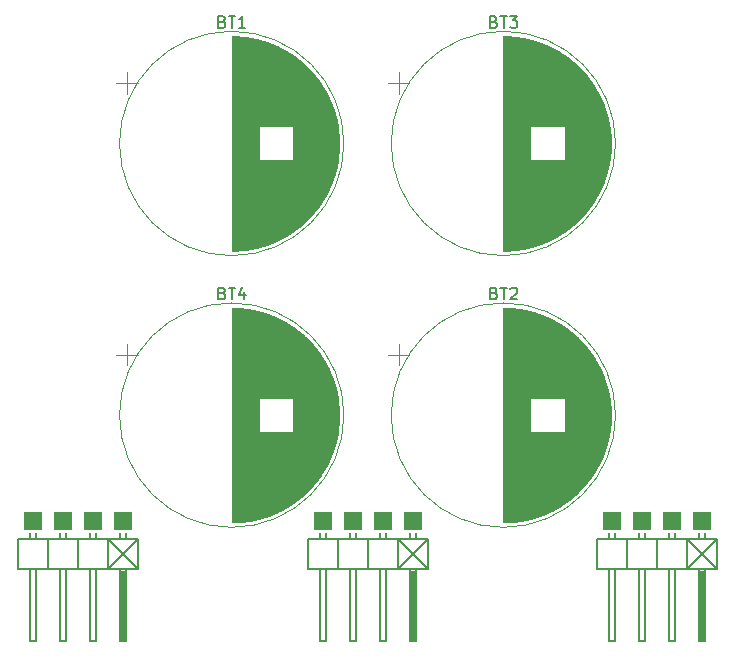
<source format=gbr>
%TF.GenerationSoftware,KiCad,Pcbnew,6.0.4-6f826c9f35~116~ubuntu20.04.1*%
%TF.CreationDate,2022-07-22T12:02:15+00:00*%
%TF.ProjectId,4XLTO1865V01A,34584c54-4f31-4383-9635-563031412e6b,rev?*%
%TF.SameCoordinates,Original*%
%TF.FileFunction,Legend,Top*%
%TF.FilePolarity,Positive*%
%FSLAX46Y46*%
G04 Gerber Fmt 4.6, Leading zero omitted, Abs format (unit mm)*
G04 Created by KiCad (PCBNEW 6.0.4-6f826c9f35~116~ubuntu20.04.1) date 2022-07-22 12:02:15*
%MOMM*%
%LPD*%
G01*
G04 APERTURE LIST*
%ADD10C,0.150000*%
%ADD11C,0.120000*%
%ADD12R,1.524000X1.524000*%
G04 APERTURE END LIST*
D10*
%TO.C,BT1*%
X18194285Y46821429D02*
X18337142Y46773810D01*
X18384761Y46726191D01*
X18432380Y46630953D01*
X18432380Y46488096D01*
X18384761Y46392858D01*
X18337142Y46345239D01*
X18241904Y46297620D01*
X17860952Y46297620D01*
X17860952Y47297620D01*
X18194285Y47297620D01*
X18289523Y47250000D01*
X18337142Y47202381D01*
X18384761Y47107143D01*
X18384761Y47011905D01*
X18337142Y46916667D01*
X18289523Y46869048D01*
X18194285Y46821429D01*
X17860952Y46821429D01*
X18718095Y47297620D02*
X19289523Y47297620D01*
X19003809Y46297620D02*
X19003809Y47297620D01*
X20146666Y46297620D02*
X19575238Y46297620D01*
X19860952Y46297620D02*
X19860952Y47297620D01*
X19765714Y47154762D01*
X19670476Y47059524D01*
X19575238Y47011905D01*
%TO.C,BT4*%
X18194285Y23821429D02*
X18337142Y23773810D01*
X18384761Y23726191D01*
X18432380Y23630953D01*
X18432380Y23488096D01*
X18384761Y23392858D01*
X18337142Y23345239D01*
X18241904Y23297620D01*
X17860952Y23297620D01*
X17860952Y24297620D01*
X18194285Y24297620D01*
X18289523Y24250000D01*
X18337142Y24202381D01*
X18384761Y24107143D01*
X18384761Y24011905D01*
X18337142Y23916667D01*
X18289523Y23869048D01*
X18194285Y23821429D01*
X17860952Y23821429D01*
X18718095Y24297620D02*
X19289523Y24297620D01*
X19003809Y23297620D02*
X19003809Y24297620D01*
X20051428Y23964286D02*
X20051428Y23297620D01*
X19813333Y24345239D02*
X19575238Y23630953D01*
X20194285Y23630953D01*
%TO.C,BT3*%
X41194285Y46821429D02*
X41337142Y46773810D01*
X41384761Y46726191D01*
X41432380Y46630953D01*
X41432380Y46488096D01*
X41384761Y46392858D01*
X41337142Y46345239D01*
X41241904Y46297620D01*
X40860952Y46297620D01*
X40860952Y47297620D01*
X41194285Y47297620D01*
X41289523Y47250000D01*
X41337142Y47202381D01*
X41384761Y47107143D01*
X41384761Y47011905D01*
X41337142Y46916667D01*
X41289523Y46869048D01*
X41194285Y46821429D01*
X40860952Y46821429D01*
X41718095Y47297620D02*
X42289523Y47297620D01*
X42003809Y46297620D02*
X42003809Y47297620D01*
X42527619Y47297620D02*
X43146666Y47297620D01*
X42813333Y46916667D01*
X42956190Y46916667D01*
X43051428Y46869048D01*
X43099047Y46821429D01*
X43146666Y46726191D01*
X43146666Y46488096D01*
X43099047Y46392858D01*
X43051428Y46345239D01*
X42956190Y46297620D01*
X42670476Y46297620D01*
X42575238Y46345239D01*
X42527619Y46392858D01*
%TO.C,BT2*%
X41194285Y23821429D02*
X41337142Y23773810D01*
X41384761Y23726191D01*
X41432380Y23630953D01*
X41432380Y23488096D01*
X41384761Y23392858D01*
X41337142Y23345239D01*
X41241904Y23297620D01*
X40860952Y23297620D01*
X40860952Y24297620D01*
X41194285Y24297620D01*
X41289523Y24250000D01*
X41337142Y24202381D01*
X41384761Y24107143D01*
X41384761Y24011905D01*
X41337142Y23916667D01*
X41289523Y23869048D01*
X41194285Y23821429D01*
X40860952Y23821429D01*
X41718095Y24297620D02*
X42289523Y24297620D01*
X42003809Y23297620D02*
X42003809Y24297620D01*
X42575238Y24202381D02*
X42622857Y24250000D01*
X42718095Y24297620D01*
X42956190Y24297620D01*
X43051428Y24250000D01*
X43099047Y24202381D01*
X43146666Y24107143D01*
X43146666Y24011905D01*
X43099047Y23869048D01*
X42527619Y23297620D01*
X43146666Y23297620D01*
%TO.C,J1*%
X31496000Y2976000D02*
X31496000Y3484000D01*
X33020000Y2976000D02*
X33020000Y436000D01*
X34417000Y-5533000D02*
X34163000Y-5533000D01*
X34036000Y-5660000D02*
X34036000Y436000D01*
X26416000Y2976000D02*
X26416000Y3484000D01*
X27940000Y436000D02*
X30480000Y436000D01*
X33020000Y436000D02*
X35560000Y436000D01*
X28956000Y2976000D02*
X28956000Y3484000D01*
X35560000Y2976000D02*
X33020000Y2976000D01*
X33020000Y2976000D02*
X33020000Y436000D01*
X34417000Y309000D02*
X34417000Y-5533000D01*
X33020000Y2976000D02*
X30480000Y2976000D01*
X32004000Y-5660000D02*
X31496000Y-5660000D01*
X26924000Y2976000D02*
X26924000Y3484000D01*
X32004000Y2976000D02*
X32004000Y3484000D01*
X31496000Y-5660000D02*
X31496000Y436000D01*
X27940000Y2976000D02*
X25400000Y2976000D01*
X34290000Y309000D02*
X34290000Y-5533000D01*
X34036000Y2976000D02*
X34036000Y3484000D01*
X30480000Y436000D02*
X33020000Y436000D01*
X34544000Y-5660000D02*
X34036000Y-5660000D01*
X34544000Y436000D02*
X34544000Y-5660000D01*
X25400000Y436000D02*
X27940000Y436000D01*
X30480000Y2976000D02*
X30480000Y436000D01*
X28956000Y-5660000D02*
X28956000Y436000D01*
X29464000Y436000D02*
X29464000Y-5660000D01*
X35560000Y436000D02*
X33020000Y2976000D01*
X26924000Y436000D02*
X26924000Y-5660000D01*
X35560000Y2976000D02*
X35560000Y436000D01*
X27940000Y2976000D02*
X27940000Y436000D01*
X30480000Y2976000D02*
X27940000Y2976000D01*
X25400000Y2976000D02*
X25400000Y436000D01*
X32004000Y436000D02*
X32004000Y-5660000D01*
X27940000Y2976000D02*
X27940000Y436000D01*
X26416000Y-5660000D02*
X26416000Y436000D01*
X29464000Y2976000D02*
X29464000Y3484000D01*
X29464000Y-5660000D02*
X28956000Y-5660000D01*
X34163000Y-5533000D02*
X34163000Y309000D01*
X34544000Y2976000D02*
X34544000Y3484000D01*
X26924000Y-5660000D02*
X26416000Y-5660000D01*
X30480000Y2976000D02*
X30480000Y436000D01*
X33020000Y436000D02*
X35560000Y2976000D01*
%TO.C,J2*%
X8540000Y436000D02*
X11080000Y436000D01*
X6000000Y436000D02*
X8540000Y436000D01*
X920000Y436000D02*
X3460000Y436000D01*
X11080000Y2976000D02*
X11080000Y436000D01*
X4476000Y-5660000D02*
X4476000Y436000D01*
X6000000Y2976000D02*
X6000000Y436000D01*
X920000Y2976000D02*
X920000Y436000D01*
X7524000Y2976000D02*
X7524000Y3484000D01*
X8540000Y436000D02*
X11080000Y2976000D01*
X9556000Y2976000D02*
X9556000Y3484000D01*
X4476000Y2976000D02*
X4476000Y3484000D01*
X7016000Y-5660000D02*
X7016000Y436000D01*
X9556000Y-5660000D02*
X9556000Y436000D01*
X8540000Y2976000D02*
X8540000Y436000D01*
X7016000Y2976000D02*
X7016000Y3484000D01*
X2444000Y-5660000D02*
X1936000Y-5660000D01*
X3460000Y2976000D02*
X3460000Y436000D01*
X1936000Y-5660000D02*
X1936000Y436000D01*
X9937000Y-5533000D02*
X9683000Y-5533000D01*
X8540000Y2976000D02*
X8540000Y436000D01*
X4984000Y2976000D02*
X4984000Y3484000D01*
X3460000Y2976000D02*
X920000Y2976000D01*
X1936000Y2976000D02*
X1936000Y3484000D01*
X9810000Y309000D02*
X9810000Y-5533000D01*
X3460000Y436000D02*
X6000000Y436000D01*
X10064000Y2976000D02*
X10064000Y3484000D01*
X2444000Y2976000D02*
X2444000Y3484000D01*
X9683000Y-5533000D02*
X9683000Y309000D01*
X10064000Y436000D02*
X10064000Y-5660000D01*
X4984000Y436000D02*
X4984000Y-5660000D01*
X8540000Y2976000D02*
X6000000Y2976000D01*
X4984000Y-5660000D02*
X4476000Y-5660000D01*
X6000000Y2976000D02*
X6000000Y436000D01*
X11080000Y436000D02*
X8540000Y2976000D01*
X2444000Y436000D02*
X2444000Y-5660000D01*
X10064000Y-5660000D02*
X9556000Y-5660000D01*
X3460000Y2976000D02*
X3460000Y436000D01*
X11080000Y2976000D02*
X8540000Y2976000D01*
X9937000Y309000D02*
X9937000Y-5533000D01*
X7524000Y436000D02*
X7524000Y-5660000D01*
X6000000Y2976000D02*
X3460000Y2976000D01*
X7524000Y-5660000D02*
X7016000Y-5660000D01*
D11*
%TO.C,BT1*%
X20341000Y45479000D02*
X20341000Y27521000D01*
X24261000Y43897000D02*
X24261000Y29103000D01*
X24461000Y43750000D02*
X24461000Y29250000D01*
X22901000Y35060000D02*
X22901000Y28305000D01*
X20701000Y45417000D02*
X20701000Y27583000D01*
X26541000Y41562000D02*
X26541000Y31438000D01*
X22821000Y35060000D02*
X22821000Y28267000D01*
X21821000Y45127000D02*
X21821000Y37940000D01*
X22061000Y45045000D02*
X22061000Y37940000D01*
X25101000Y43222000D02*
X25101000Y29778000D01*
X24221000Y43925000D02*
X24221000Y29075000D01*
X21461000Y45237000D02*
X21461000Y37940000D01*
X24501000Y43720000D02*
X24501000Y29280000D01*
X21101000Y45331000D02*
X21101000Y27669000D01*
X21301000Y35060000D02*
X21301000Y27720000D01*
X22421000Y35060000D02*
X22421000Y28093000D01*
X25981000Y42306000D02*
X25981000Y30694000D01*
X20261000Y45490000D02*
X20261000Y27510000D01*
X21781000Y45140000D02*
X21781000Y37940000D01*
X22261000Y35060000D02*
X22261000Y28030000D01*
X20821000Y45393000D02*
X20821000Y27607000D01*
X27540000Y39607000D02*
X27540000Y33393000D01*
X23981000Y44088000D02*
X23981000Y37940000D01*
X23301000Y44492000D02*
X23301000Y37940000D01*
X21221000Y45301000D02*
X21221000Y27699000D01*
X23781000Y35060000D02*
X23781000Y28785000D01*
X22141000Y45016000D02*
X22141000Y37940000D01*
X25821000Y42493000D02*
X25821000Y30507000D01*
X25061000Y43258000D02*
X25061000Y29742000D01*
X23941000Y35060000D02*
X23941000Y28886000D01*
X23821000Y44190000D02*
X23821000Y37940000D01*
X22621000Y35060000D02*
X22621000Y28177000D01*
X23661000Y35060000D02*
X23661000Y28712000D01*
X24821000Y43465000D02*
X24821000Y29535000D01*
X24661000Y43596000D02*
X24661000Y29404000D01*
X26901000Y40982000D02*
X26901000Y32018000D01*
X26141000Y42109000D02*
X26141000Y30891000D01*
X21701000Y45165000D02*
X21701000Y37940000D01*
X22341000Y44939000D02*
X22341000Y37940000D01*
X21021000Y45349000D02*
X21021000Y27651000D01*
X27101000Y40613000D02*
X27101000Y32387000D01*
X24741000Y43531000D02*
X24741000Y29469000D01*
X27980000Y37935000D02*
X27980000Y35065000D01*
X27420000Y39916000D02*
X27420000Y33084000D01*
X27300000Y40196000D02*
X27300000Y32804000D01*
X21181000Y45311000D02*
X21181000Y27689000D01*
X20621000Y45432000D02*
X20621000Y27568000D01*
X25501000Y42837000D02*
X25501000Y30163000D01*
X23261000Y44514000D02*
X23261000Y37940000D01*
X22301000Y35060000D02*
X22301000Y28045000D01*
X21941000Y35060000D02*
X21941000Y27913000D01*
X26821000Y41120000D02*
X26821000Y31880000D01*
X23061000Y35060000D02*
X23061000Y28383000D01*
X22821000Y44733000D02*
X22821000Y37940000D01*
X22701000Y44787000D02*
X22701000Y37940000D01*
X23461000Y35060000D02*
X23461000Y28596000D01*
X20301000Y45484000D02*
X20301000Y27516000D01*
X25301000Y43036000D02*
X25301000Y29964000D01*
X28020000Y37666000D02*
X28020000Y35334000D01*
X22981000Y35060000D02*
X22981000Y28344000D01*
X26501000Y41620000D02*
X26501000Y31380000D01*
X21741000Y35060000D02*
X21741000Y27847000D01*
X27021000Y40765000D02*
X27021000Y32235000D01*
X24781000Y43499000D02*
X24781000Y29501000D01*
X25621000Y42712000D02*
X25621000Y30288000D01*
X23461000Y44404000D02*
X23461000Y37940000D01*
X19140000Y45579000D02*
X19140000Y27421000D01*
X20661000Y45424000D02*
X20661000Y27576000D01*
X21581000Y45202000D02*
X21581000Y37940000D01*
X24901000Y43398000D02*
X24901000Y29602000D01*
X22261000Y44970000D02*
X22261000Y37940000D01*
X26381000Y41791000D02*
X26381000Y31209000D01*
X20461000Y45460000D02*
X20461000Y27540000D01*
X26461000Y41678000D02*
X26461000Y31322000D01*
X26621000Y41441000D02*
X26621000Y31559000D01*
X10120560Y42515000D02*
X10120560Y40715000D01*
X24861000Y43432000D02*
X24861000Y29568000D01*
X23341000Y35060000D02*
X23341000Y28529000D01*
X21501000Y45225000D02*
X21501000Y37940000D01*
X23901000Y35060000D02*
X23901000Y28860000D01*
X23381000Y44449000D02*
X23381000Y37940000D01*
X22621000Y44823000D02*
X22621000Y37940000D01*
X27580000Y39496000D02*
X27580000Y33504000D01*
X20421000Y45466000D02*
X20421000Y27534000D01*
X22301000Y44955000D02*
X22301000Y37940000D01*
X20141000Y45506000D02*
X20141000Y27494000D01*
X21741000Y45153000D02*
X21741000Y37940000D01*
X21981000Y35060000D02*
X21981000Y27927000D01*
X22381000Y44923000D02*
X22381000Y37940000D01*
X20061000Y45516000D02*
X20061000Y27484000D01*
X20981000Y45358000D02*
X20981000Y27642000D01*
X21421000Y35060000D02*
X21421000Y27752000D01*
X24301000Y43868000D02*
X24301000Y29132000D01*
X25021000Y43294000D02*
X25021000Y29706000D01*
X21341000Y45270000D02*
X21341000Y37940000D01*
X19620000Y45558000D02*
X19620000Y27442000D01*
X27860000Y38539000D02*
X27860000Y34461000D01*
X23621000Y35060000D02*
X23621000Y28688000D01*
X22421000Y44907000D02*
X22421000Y37940000D01*
X20021000Y45521000D02*
X20021000Y27479000D01*
X20181000Y45501000D02*
X20181000Y27499000D01*
X21861000Y35060000D02*
X21861000Y27886000D01*
X20501000Y45453000D02*
X20501000Y27547000D01*
X21381000Y35060000D02*
X21381000Y27741000D01*
X21541000Y45214000D02*
X21541000Y37940000D01*
X19781000Y45545000D02*
X19781000Y27455000D01*
X23421000Y44427000D02*
X23421000Y37940000D01*
X24341000Y43839000D02*
X24341000Y29161000D01*
X22061000Y35060000D02*
X22061000Y27955000D01*
X24061000Y35060000D02*
X24061000Y28965000D01*
X20221000Y45496000D02*
X20221000Y27504000D01*
X25581000Y42754000D02*
X25581000Y30246000D01*
X19540000Y45563000D02*
X19540000Y27437000D01*
X22221000Y35060000D02*
X22221000Y28014000D01*
X27820000Y38703000D02*
X27820000Y34297000D01*
X22221000Y44986000D02*
X22221000Y37940000D01*
X22021000Y45059000D02*
X22021000Y37940000D01*
X23141000Y35060000D02*
X23141000Y28424000D01*
X21501000Y35060000D02*
X21501000Y27775000D01*
X21901000Y35060000D02*
X21901000Y27900000D01*
X25221000Y43112000D02*
X25221000Y29888000D01*
X24061000Y44035000D02*
X24061000Y37940000D01*
X26941000Y40912000D02*
X26941000Y32088000D01*
X23421000Y35060000D02*
X23421000Y28573000D01*
X26341000Y41846000D02*
X26341000Y31154000D01*
X22541000Y35060000D02*
X22541000Y28143000D01*
X23101000Y44597000D02*
X23101000Y37940000D01*
X22381000Y35060000D02*
X22381000Y28077000D01*
X22981000Y44656000D02*
X22981000Y37940000D01*
X22861000Y35060000D02*
X22861000Y28286000D01*
X22021000Y35060000D02*
X22021000Y27941000D01*
X26021000Y42258000D02*
X26021000Y30742000D01*
X27460000Y39817000D02*
X27460000Y33183000D01*
X23021000Y35060000D02*
X23021000Y28363000D01*
X27220000Y40369000D02*
X27220000Y32631000D01*
X22741000Y35060000D02*
X22741000Y28231000D01*
X23901000Y44140000D02*
X23901000Y37940000D01*
X21261000Y45291000D02*
X21261000Y27709000D01*
X28060000Y37314000D02*
X28060000Y35686000D01*
X20381000Y45472000D02*
X20381000Y27528000D01*
X23261000Y35060000D02*
X23261000Y28486000D01*
X26861000Y41052000D02*
X26861000Y31948000D01*
X26981000Y40839000D02*
X26981000Y32161000D01*
X25421000Y42918000D02*
X25421000Y30082000D01*
X27141000Y40533000D02*
X27141000Y32467000D01*
X26781000Y41186000D02*
X26781000Y31814000D01*
X22661000Y35060000D02*
X22661000Y28195000D01*
X24981000Y43329000D02*
X24981000Y29671000D01*
X22941000Y35060000D02*
X22941000Y28324000D01*
X27620000Y39380000D02*
X27620000Y33620000D01*
X19861000Y45538000D02*
X19861000Y27462000D01*
X20541000Y45446000D02*
X20541000Y27554000D01*
X25781000Y42538000D02*
X25781000Y30462000D01*
X23341000Y44471000D02*
X23341000Y37940000D01*
X23181000Y35060000D02*
X23181000Y28444000D01*
X23861000Y44165000D02*
X23861000Y37940000D01*
X24941000Y43364000D02*
X24941000Y29636000D01*
X24381000Y43810000D02*
X24381000Y29190000D01*
X21701000Y35060000D02*
X21701000Y27835000D01*
X22901000Y44695000D02*
X22901000Y37940000D01*
X23101000Y35060000D02*
X23101000Y28403000D01*
X27660000Y39259000D02*
X27660000Y33741000D01*
X25541000Y42796000D02*
X25541000Y30204000D01*
X21141000Y45321000D02*
X21141000Y27679000D01*
X25461000Y42878000D02*
X25461000Y30122000D01*
X24101000Y35060000D02*
X24101000Y28992000D01*
X23821000Y35060000D02*
X23821000Y28810000D01*
X21821000Y35060000D02*
X21821000Y27873000D01*
X22461000Y35060000D02*
X22461000Y28110000D01*
X23381000Y35060000D02*
X23381000Y28551000D01*
X23581000Y35060000D02*
X23581000Y28665000D01*
X26701000Y41316000D02*
X26701000Y31684000D01*
X24021000Y44061000D02*
X24021000Y37940000D01*
X18980000Y45581000D02*
X18980000Y27419000D01*
X23541000Y44359000D02*
X23541000Y37940000D01*
X27260000Y40284000D02*
X27260000Y32716000D01*
X19460000Y45568000D02*
X19460000Y27432000D01*
X24621000Y43627000D02*
X24621000Y29373000D01*
X26421000Y41735000D02*
X26421000Y31265000D01*
X21621000Y35060000D02*
X21621000Y27810000D01*
X20781000Y45401000D02*
X20781000Y27599000D01*
X19500000Y45566000D02*
X19500000Y27434000D01*
X26101000Y42160000D02*
X26101000Y30840000D01*
X21981000Y45073000D02*
X21981000Y37940000D01*
X27780000Y38855000D02*
X27780000Y34145000D01*
X24421000Y43780000D02*
X24421000Y29220000D01*
X20861000Y45385000D02*
X20861000Y27615000D01*
X25901000Y42401000D02*
X25901000Y30599000D01*
X21621000Y45190000D02*
X21621000Y37940000D01*
X24701000Y43564000D02*
X24701000Y29436000D01*
X24021000Y35060000D02*
X24021000Y28939000D01*
X26221000Y42006000D02*
X26221000Y30994000D01*
X25181000Y43149000D02*
X25181000Y29851000D01*
X23661000Y44288000D02*
X23661000Y37940000D01*
X19941000Y45530000D02*
X19941000Y27470000D01*
X23301000Y35060000D02*
X23301000Y28508000D01*
X27700000Y39132000D02*
X27700000Y33868000D01*
X22741000Y44769000D02*
X22741000Y37940000D01*
X21461000Y35060000D02*
X21461000Y27763000D01*
X22501000Y35060000D02*
X22501000Y28126000D01*
X22781000Y44751000D02*
X22781000Y37940000D01*
X22101000Y45030000D02*
X22101000Y37940000D01*
X23701000Y44264000D02*
X23701000Y37940000D01*
X22141000Y35060000D02*
X22141000Y27984000D01*
X19580000Y45561000D02*
X19580000Y27439000D01*
X28100000Y36540000D02*
X28100000Y36460000D01*
X21381000Y45259000D02*
X21381000Y37940000D01*
X23021000Y44637000D02*
X23021000Y37940000D01*
X22781000Y35060000D02*
X22781000Y28249000D01*
X23221000Y44535000D02*
X23221000Y37940000D01*
X25661000Y42670000D02*
X25661000Y30330000D01*
X19660000Y45555000D02*
X19660000Y27445000D01*
X22101000Y35060000D02*
X22101000Y27970000D01*
X27340000Y40105000D02*
X27340000Y32895000D01*
X21581000Y35060000D02*
X21581000Y27798000D01*
X20741000Y45409000D02*
X20741000Y27591000D01*
X23581000Y44335000D02*
X23581000Y37940000D01*
X21341000Y35060000D02*
X21341000Y27730000D01*
X22181000Y35060000D02*
X22181000Y27999000D01*
X26061000Y42209000D02*
X26061000Y30791000D01*
X19701000Y45552000D02*
X19701000Y27448000D01*
X19180000Y45578000D02*
X19180000Y27422000D01*
X26301000Y41900000D02*
X26301000Y31100000D01*
X27900000Y38360000D02*
X27900000Y34640000D01*
X23501000Y44382000D02*
X23501000Y37940000D01*
X21901000Y45100000D02*
X21901000Y37940000D01*
X22661000Y44805000D02*
X22661000Y37940000D01*
X23141000Y44576000D02*
X23141000Y37940000D01*
X19340000Y45573000D02*
X19340000Y27427000D01*
X21941000Y45087000D02*
X21941000Y37940000D01*
X23741000Y35060000D02*
X23741000Y28760000D01*
X27180000Y40452000D02*
X27180000Y32548000D01*
X27380000Y40012000D02*
X27380000Y32988000D01*
X23181000Y44556000D02*
X23181000Y37940000D01*
X23741000Y44240000D02*
X23741000Y37940000D01*
X19300000Y45575000D02*
X19300000Y27425000D01*
X24141000Y43980000D02*
X24141000Y37940000D01*
X21421000Y45248000D02*
X21421000Y37940000D01*
X25341000Y42997000D02*
X25341000Y30003000D01*
X27940000Y38161000D02*
X27940000Y34839000D01*
X19380000Y45572000D02*
X19380000Y27428000D01*
X23941000Y44114000D02*
X23941000Y37940000D01*
X19741000Y45549000D02*
X19741000Y27451000D01*
X25701000Y42626000D02*
X25701000Y30374000D01*
X20101000Y45511000D02*
X20101000Y27489000D01*
X23781000Y44215000D02*
X23781000Y37940000D01*
X23221000Y35060000D02*
X23221000Y28465000D01*
X25381000Y42958000D02*
X25381000Y30042000D01*
X25261000Y43074000D02*
X25261000Y29926000D01*
X23621000Y44312000D02*
X23621000Y37940000D01*
X22581000Y44840000D02*
X22581000Y37940000D01*
X21661000Y45178000D02*
X21661000Y37940000D01*
X24581000Y43659000D02*
X24581000Y29341000D01*
X21061000Y45340000D02*
X21061000Y27660000D01*
X20901000Y45376000D02*
X20901000Y27624000D01*
X27740000Y38998000D02*
X27740000Y34002000D01*
X19100000Y45580000D02*
X19100000Y27420000D01*
X23861000Y35060000D02*
X23861000Y28835000D01*
X24141000Y35060000D02*
X24141000Y29020000D01*
X19901000Y45534000D02*
X19901000Y27466000D01*
X25141000Y43186000D02*
X25141000Y29814000D01*
X23981000Y35060000D02*
X23981000Y28912000D01*
X19260000Y45576000D02*
X19260000Y27424000D01*
X26581000Y41502000D02*
X26581000Y31498000D01*
X25861000Y42447000D02*
X25861000Y30553000D01*
X9220560Y41615000D02*
X11020560Y41615000D01*
X22461000Y44890000D02*
X22461000Y37940000D01*
X21301000Y45280000D02*
X21301000Y37940000D01*
X20941000Y45367000D02*
X20941000Y27633000D01*
X23501000Y35060000D02*
X23501000Y28618000D01*
X26261000Y41954000D02*
X26261000Y31046000D01*
X19420000Y45570000D02*
X19420000Y27430000D01*
X19821000Y45542000D02*
X19821000Y27458000D01*
X21861000Y45114000D02*
X21861000Y37940000D01*
X25741000Y42582000D02*
X25741000Y30418000D01*
X23061000Y44617000D02*
X23061000Y37940000D01*
X22701000Y35060000D02*
X22701000Y28213000D01*
X22181000Y45001000D02*
X22181000Y37940000D01*
X25941000Y42354000D02*
X25941000Y30646000D01*
X19220000Y45577000D02*
X19220000Y27423000D01*
X24541000Y43690000D02*
X24541000Y29310000D01*
X19060000Y45580000D02*
X19060000Y27420000D01*
X26741000Y41252000D02*
X26741000Y31748000D01*
X23701000Y35060000D02*
X23701000Y28736000D01*
X22501000Y44874000D02*
X22501000Y37940000D01*
X19981000Y45526000D02*
X19981000Y27474000D01*
X26661000Y41379000D02*
X26661000Y31621000D01*
X21661000Y35060000D02*
X21661000Y27822000D01*
X22941000Y44676000D02*
X22941000Y37940000D01*
X19020000Y45580000D02*
X19020000Y27420000D01*
X26181000Y42058000D02*
X26181000Y30942000D01*
X22861000Y44714000D02*
X22861000Y37940000D01*
X22541000Y44857000D02*
X22541000Y37940000D01*
X27500000Y39714000D02*
X27500000Y33286000D01*
X27061000Y40690000D02*
X27061000Y32310000D01*
X24101000Y44008000D02*
X24101000Y37940000D01*
X22581000Y35060000D02*
X22581000Y28160000D01*
X24181000Y43953000D02*
X24181000Y29047000D01*
X21541000Y35060000D02*
X21541000Y27786000D01*
X21781000Y35060000D02*
X21781000Y27860000D01*
X22341000Y35060000D02*
X22341000Y28061000D01*
X20581000Y45439000D02*
X20581000Y27561000D01*
X23541000Y35060000D02*
X23541000Y28641000D01*
X28480000Y36500000D02*
G75*
G03*
X28480000Y36500000I-9500000J0D01*
G01*
%TO.C,BT4*%
X23461000Y21404000D02*
X23461000Y14940000D01*
X21981000Y22073000D02*
X21981000Y14940000D01*
X20061000Y22516000D02*
X20061000Y4484000D01*
X24421000Y20780000D02*
X24421000Y6220000D01*
X22181000Y12060000D02*
X22181000Y4999000D01*
X19180000Y22578000D02*
X19180000Y4422000D01*
X20181000Y22501000D02*
X20181000Y4499000D01*
X23581000Y12060000D02*
X23581000Y5665000D01*
X21581000Y12060000D02*
X21581000Y4798000D01*
X27420000Y16916000D02*
X27420000Y10084000D01*
X23981000Y21088000D02*
X23981000Y14940000D01*
X21621000Y12060000D02*
X21621000Y4810000D01*
X23661000Y21288000D02*
X23661000Y14940000D01*
X27780000Y15855000D02*
X27780000Y11145000D01*
X19981000Y22526000D02*
X19981000Y4474000D01*
X27380000Y17012000D02*
X27380000Y9988000D01*
X21541000Y22214000D02*
X21541000Y14940000D01*
X22101000Y22030000D02*
X22101000Y14940000D01*
X23541000Y12060000D02*
X23541000Y5641000D01*
X21421000Y12060000D02*
X21421000Y4752000D01*
X26381000Y18791000D02*
X26381000Y8209000D01*
X21301000Y22280000D02*
X21301000Y14940000D01*
X24181000Y20953000D02*
X24181000Y6047000D01*
X23701000Y21264000D02*
X23701000Y14940000D01*
X22781000Y12060000D02*
X22781000Y5249000D01*
X26781000Y18186000D02*
X26781000Y8814000D01*
X20101000Y22511000D02*
X20101000Y4489000D01*
X25181000Y20149000D02*
X25181000Y6851000D01*
X21941000Y12060000D02*
X21941000Y4913000D01*
X24021000Y21061000D02*
X24021000Y14940000D01*
X22661000Y12060000D02*
X22661000Y5195000D01*
X23021000Y21637000D02*
X23021000Y14940000D01*
X22261000Y12060000D02*
X22261000Y5030000D01*
X21101000Y22331000D02*
X21101000Y4669000D01*
X19060000Y22580000D02*
X19060000Y4420000D01*
X26221000Y19006000D02*
X26221000Y7994000D01*
X22781000Y21751000D02*
X22781000Y14940000D01*
X25341000Y19997000D02*
X25341000Y7003000D01*
X26301000Y18900000D02*
X26301000Y8100000D01*
X22301000Y21955000D02*
X22301000Y14940000D01*
X26181000Y19058000D02*
X26181000Y7942000D01*
X25941000Y19354000D02*
X25941000Y7646000D01*
X23181000Y12060000D02*
X23181000Y5444000D01*
X24101000Y12060000D02*
X24101000Y5992000D01*
X25861000Y19447000D02*
X25861000Y7553000D01*
X22061000Y12060000D02*
X22061000Y4955000D01*
X21181000Y22311000D02*
X21181000Y4689000D01*
X19260000Y22576000D02*
X19260000Y4424000D01*
X20621000Y22432000D02*
X20621000Y4568000D01*
X23181000Y21556000D02*
X23181000Y14940000D01*
X24061000Y12060000D02*
X24061000Y5965000D01*
X20421000Y22466000D02*
X20421000Y4534000D01*
X22621000Y21823000D02*
X22621000Y14940000D01*
X19701000Y22552000D02*
X19701000Y4448000D01*
X24061000Y21035000D02*
X24061000Y14940000D01*
X10120560Y19515000D02*
X10120560Y17715000D01*
X20741000Y22409000D02*
X20741000Y4591000D01*
X26621000Y18441000D02*
X26621000Y8559000D01*
X23421000Y12060000D02*
X23421000Y5573000D01*
X21541000Y12060000D02*
X21541000Y4786000D01*
X19781000Y22545000D02*
X19781000Y4455000D01*
X25661000Y19670000D02*
X25661000Y7330000D01*
X24501000Y20720000D02*
X24501000Y6280000D01*
X22821000Y21733000D02*
X22821000Y14940000D01*
X25741000Y19582000D02*
X25741000Y7418000D01*
X21781000Y12060000D02*
X21781000Y4860000D01*
X23621000Y21312000D02*
X23621000Y14940000D01*
X26861000Y18052000D02*
X26861000Y8948000D01*
X20941000Y22367000D02*
X20941000Y4633000D01*
X23341000Y21471000D02*
X23341000Y14940000D01*
X23421000Y21427000D02*
X23421000Y14940000D01*
X19500000Y22566000D02*
X19500000Y4434000D01*
X23101000Y21597000D02*
X23101000Y14940000D01*
X27580000Y16496000D02*
X27580000Y10504000D01*
X20381000Y22472000D02*
X20381000Y4528000D01*
X19901000Y22534000D02*
X19901000Y4466000D01*
X19660000Y22555000D02*
X19660000Y4445000D01*
X23941000Y12060000D02*
X23941000Y5886000D01*
X23301000Y21492000D02*
X23301000Y14940000D01*
X24461000Y20750000D02*
X24461000Y6250000D01*
X26821000Y18120000D02*
X26821000Y8880000D01*
X27740000Y15998000D02*
X27740000Y11002000D01*
X21501000Y22225000D02*
X21501000Y14940000D01*
X20341000Y22479000D02*
X20341000Y4521000D01*
X19460000Y22568000D02*
X19460000Y4432000D01*
X23221000Y21535000D02*
X23221000Y14940000D01*
X27101000Y17613000D02*
X27101000Y9387000D01*
X21741000Y22153000D02*
X21741000Y14940000D01*
X25261000Y20074000D02*
X25261000Y6926000D01*
X21461000Y22237000D02*
X21461000Y14940000D01*
X21141000Y22321000D02*
X21141000Y4679000D01*
X24141000Y20980000D02*
X24141000Y14940000D01*
X22821000Y12060000D02*
X22821000Y5267000D01*
X25421000Y19918000D02*
X25421000Y7082000D01*
X26661000Y18379000D02*
X26661000Y8621000D01*
X26021000Y19258000D02*
X26021000Y7742000D01*
X28100000Y13540000D02*
X28100000Y13460000D01*
X27500000Y16714000D02*
X27500000Y10286000D01*
X21941000Y22087000D02*
X21941000Y14940000D01*
X27820000Y15703000D02*
X27820000Y11297000D01*
X23501000Y12060000D02*
X23501000Y5618000D01*
X26341000Y18846000D02*
X26341000Y8154000D01*
X23341000Y12060000D02*
X23341000Y5529000D01*
X24141000Y12060000D02*
X24141000Y6020000D01*
X25701000Y19626000D02*
X25701000Y7374000D01*
X23861000Y21165000D02*
X23861000Y14940000D01*
X19620000Y22558000D02*
X19620000Y4442000D01*
X21341000Y12060000D02*
X21341000Y4730000D01*
X25301000Y20036000D02*
X25301000Y6964000D01*
X23821000Y21190000D02*
X23821000Y14940000D01*
X21821000Y22127000D02*
X21821000Y14940000D01*
X25101000Y20222000D02*
X25101000Y6778000D01*
X24781000Y20499000D02*
X24781000Y6501000D01*
X25021000Y20294000D02*
X25021000Y6706000D01*
X22181000Y22001000D02*
X22181000Y14940000D01*
X23301000Y12060000D02*
X23301000Y5508000D01*
X19540000Y22563000D02*
X19540000Y4437000D01*
X20541000Y22446000D02*
X20541000Y4554000D01*
X22981000Y21656000D02*
X22981000Y14940000D01*
X24981000Y20329000D02*
X24981000Y6671000D01*
X22741000Y21769000D02*
X22741000Y14940000D01*
X20821000Y22393000D02*
X20821000Y4607000D01*
X20461000Y22460000D02*
X20461000Y4540000D01*
X23381000Y21449000D02*
X23381000Y14940000D01*
X21621000Y22190000D02*
X21621000Y14940000D01*
X24381000Y20810000D02*
X24381000Y6190000D01*
X22941000Y12060000D02*
X22941000Y5324000D01*
X20901000Y22376000D02*
X20901000Y4624000D01*
X24821000Y20465000D02*
X24821000Y6535000D01*
X23461000Y12060000D02*
X23461000Y5596000D01*
X19861000Y22538000D02*
X19861000Y4462000D01*
X24941000Y20364000D02*
X24941000Y6636000D01*
X26701000Y18316000D02*
X26701000Y8684000D01*
X22261000Y21970000D02*
X22261000Y14940000D01*
X19140000Y22579000D02*
X19140000Y4421000D01*
X21381000Y12060000D02*
X21381000Y4741000D01*
X26421000Y18735000D02*
X26421000Y8265000D01*
X27180000Y17452000D02*
X27180000Y9548000D01*
X22901000Y21695000D02*
X22901000Y14940000D01*
X24861000Y20432000D02*
X24861000Y6568000D01*
X22861000Y12060000D02*
X22861000Y5286000D01*
X21261000Y22291000D02*
X21261000Y4709000D01*
X24301000Y20868000D02*
X24301000Y6132000D01*
X21901000Y12060000D02*
X21901000Y4900000D01*
X25221000Y20112000D02*
X25221000Y6888000D01*
X19580000Y22561000D02*
X19580000Y4439000D01*
X27340000Y17105000D02*
X27340000Y9895000D01*
X9220560Y18615000D02*
X11020560Y18615000D01*
X19300000Y22575000D02*
X19300000Y4425000D01*
X22541000Y21857000D02*
X22541000Y14940000D01*
X23621000Y12060000D02*
X23621000Y5688000D01*
X23901000Y21140000D02*
X23901000Y14940000D01*
X21421000Y22248000D02*
X21421000Y14940000D01*
X23381000Y12060000D02*
X23381000Y5551000D01*
X20861000Y22385000D02*
X20861000Y4615000D01*
X22581000Y21840000D02*
X22581000Y14940000D01*
X20141000Y22506000D02*
X20141000Y4494000D01*
X21701000Y22165000D02*
X21701000Y14940000D01*
X22501000Y12060000D02*
X22501000Y5126000D01*
X24261000Y20897000D02*
X24261000Y6103000D01*
X20581000Y22439000D02*
X20581000Y4561000D01*
X20501000Y22453000D02*
X20501000Y4547000D01*
X26501000Y18620000D02*
X26501000Y8380000D01*
X22141000Y12060000D02*
X22141000Y4984000D01*
X24581000Y20659000D02*
X24581000Y6341000D01*
X23861000Y12060000D02*
X23861000Y5835000D01*
X26061000Y19209000D02*
X26061000Y7791000D01*
X27700000Y16132000D02*
X27700000Y10868000D01*
X22701000Y21787000D02*
X22701000Y14940000D01*
X25461000Y19878000D02*
X25461000Y7122000D01*
X21661000Y22178000D02*
X21661000Y14940000D01*
X22381000Y21923000D02*
X22381000Y14940000D01*
X20701000Y22417000D02*
X20701000Y4583000D01*
X22221000Y12060000D02*
X22221000Y5014000D01*
X23021000Y12060000D02*
X23021000Y5363000D01*
X23741000Y12060000D02*
X23741000Y5760000D01*
X23821000Y12060000D02*
X23821000Y5810000D01*
X21661000Y12060000D02*
X21661000Y4822000D01*
X22461000Y12060000D02*
X22461000Y5110000D01*
X25501000Y19837000D02*
X25501000Y7163000D01*
X25141000Y20186000D02*
X25141000Y6814000D01*
X22301000Y12060000D02*
X22301000Y5045000D01*
X23701000Y12060000D02*
X23701000Y5736000D01*
X28020000Y14666000D02*
X28020000Y12334000D01*
X26261000Y18954000D02*
X26261000Y8046000D01*
X26581000Y18502000D02*
X26581000Y8498000D01*
X22701000Y12060000D02*
X22701000Y5213000D01*
X25821000Y19493000D02*
X25821000Y7507000D01*
X22421000Y21907000D02*
X22421000Y14940000D01*
X24701000Y20564000D02*
X24701000Y6436000D01*
X21461000Y12060000D02*
X21461000Y4763000D01*
X27860000Y15539000D02*
X27860000Y11461000D01*
X28060000Y14314000D02*
X28060000Y12686000D01*
X22901000Y12060000D02*
X22901000Y5305000D01*
X23941000Y21114000D02*
X23941000Y14940000D01*
X18980000Y22581000D02*
X18980000Y4419000D01*
X19821000Y22542000D02*
X19821000Y4458000D01*
X22421000Y12060000D02*
X22421000Y5093000D01*
X27300000Y17196000D02*
X27300000Y9804000D01*
X19100000Y22580000D02*
X19100000Y4420000D01*
X23741000Y21240000D02*
X23741000Y14940000D01*
X20781000Y22401000D02*
X20781000Y4599000D01*
X24101000Y21008000D02*
X24101000Y14940000D01*
X23141000Y21576000D02*
X23141000Y14940000D01*
X26141000Y19109000D02*
X26141000Y7891000D01*
X20661000Y22424000D02*
X20661000Y4576000D01*
X26541000Y18562000D02*
X26541000Y8438000D01*
X20261000Y22490000D02*
X20261000Y4510000D01*
X22221000Y21986000D02*
X22221000Y14940000D01*
X19941000Y22530000D02*
X19941000Y4470000D01*
X25581000Y19754000D02*
X25581000Y7246000D01*
X23221000Y12060000D02*
X23221000Y5465000D01*
X23901000Y12060000D02*
X23901000Y5860000D01*
X21301000Y12060000D02*
X21301000Y4720000D01*
X23981000Y12060000D02*
X23981000Y5912000D01*
X27940000Y15161000D02*
X27940000Y11839000D01*
X21581000Y22202000D02*
X21581000Y14940000D01*
X23501000Y21382000D02*
X23501000Y14940000D01*
X22381000Y12060000D02*
X22381000Y5077000D01*
X27900000Y15360000D02*
X27900000Y11640000D01*
X24621000Y20627000D02*
X24621000Y6373000D01*
X26981000Y17839000D02*
X26981000Y9161000D01*
X23261000Y12060000D02*
X23261000Y5486000D01*
X26461000Y18678000D02*
X26461000Y8322000D01*
X21981000Y12060000D02*
X21981000Y4927000D01*
X26941000Y17912000D02*
X26941000Y9088000D01*
X24541000Y20690000D02*
X24541000Y6310000D01*
X21821000Y12060000D02*
X21821000Y4873000D01*
X21061000Y22340000D02*
X21061000Y4660000D01*
X23061000Y12060000D02*
X23061000Y5383000D01*
X23261000Y21514000D02*
X23261000Y14940000D01*
X24901000Y20398000D02*
X24901000Y6602000D01*
X25061000Y20258000D02*
X25061000Y6742000D01*
X27021000Y17765000D02*
X27021000Y9235000D01*
X22741000Y12060000D02*
X22741000Y5231000D01*
X22581000Y12060000D02*
X22581000Y5160000D01*
X21021000Y22349000D02*
X21021000Y4651000D01*
X22861000Y21714000D02*
X22861000Y14940000D01*
X22541000Y12060000D02*
X22541000Y5143000D01*
X27141000Y17533000D02*
X27141000Y9467000D01*
X27260000Y17284000D02*
X27260000Y9716000D01*
X22021000Y22059000D02*
X22021000Y14940000D01*
X21221000Y22301000D02*
X21221000Y4699000D01*
X26741000Y18252000D02*
X26741000Y8748000D01*
X19420000Y22570000D02*
X19420000Y4430000D01*
X26901000Y17982000D02*
X26901000Y9018000D01*
X19741000Y22549000D02*
X19741000Y4451000D01*
X22941000Y21676000D02*
X22941000Y14940000D01*
X20301000Y22484000D02*
X20301000Y4516000D01*
X22621000Y12060000D02*
X22621000Y5177000D01*
X22981000Y12060000D02*
X22981000Y5344000D01*
X27460000Y16817000D02*
X27460000Y10183000D01*
X20221000Y22496000D02*
X20221000Y4504000D01*
X24661000Y20596000D02*
X24661000Y6404000D01*
X27540000Y16607000D02*
X27540000Y10393000D01*
X22461000Y21890000D02*
X22461000Y14940000D01*
X22341000Y21939000D02*
X22341000Y14940000D01*
X25541000Y19796000D02*
X25541000Y7204000D01*
X26101000Y19160000D02*
X26101000Y7840000D01*
X21861000Y22114000D02*
X21861000Y14940000D01*
X22341000Y12060000D02*
X22341000Y5061000D01*
X27660000Y16259000D02*
X27660000Y10741000D01*
X22661000Y21805000D02*
X22661000Y14940000D01*
X25621000Y19712000D02*
X25621000Y7288000D01*
X23781000Y21215000D02*
X23781000Y14940000D01*
X21901000Y22100000D02*
X21901000Y14940000D01*
X19380000Y22572000D02*
X19380000Y4428000D01*
X21381000Y22259000D02*
X21381000Y14940000D01*
X20021000Y22521000D02*
X20021000Y4479000D01*
X23781000Y12060000D02*
X23781000Y5785000D01*
X27980000Y14935000D02*
X27980000Y12065000D01*
X21741000Y12060000D02*
X21741000Y4847000D01*
X22101000Y12060000D02*
X22101000Y4970000D01*
X24741000Y20531000D02*
X24741000Y6469000D01*
X25901000Y19401000D02*
X25901000Y7599000D01*
X25381000Y19958000D02*
X25381000Y7042000D01*
X24021000Y12060000D02*
X24021000Y5939000D01*
X23581000Y21335000D02*
X23581000Y14940000D01*
X24341000Y20839000D02*
X24341000Y6161000D01*
X21341000Y22270000D02*
X21341000Y14940000D01*
X19020000Y22580000D02*
X19020000Y4420000D01*
X21781000Y22140000D02*
X21781000Y14940000D01*
X19220000Y22577000D02*
X19220000Y4423000D01*
X25981000Y19306000D02*
X25981000Y7694000D01*
X22501000Y21874000D02*
X22501000Y14940000D01*
X27620000Y16380000D02*
X27620000Y10620000D01*
X22021000Y12060000D02*
X22021000Y4941000D01*
X21701000Y12060000D02*
X21701000Y4835000D01*
X24221000Y20925000D02*
X24221000Y6075000D01*
X27220000Y17369000D02*
X27220000Y9631000D01*
X20981000Y22358000D02*
X20981000Y4642000D01*
X22061000Y22045000D02*
X22061000Y14940000D01*
X23661000Y12060000D02*
X23661000Y5712000D01*
X22141000Y22016000D02*
X22141000Y14940000D01*
X25781000Y19538000D02*
X25781000Y7462000D01*
X23101000Y12060000D02*
X23101000Y5403000D01*
X23141000Y12060000D02*
X23141000Y5424000D01*
X21501000Y12060000D02*
X21501000Y4775000D01*
X23061000Y21617000D02*
X23061000Y14940000D01*
X27061000Y17690000D02*
X27061000Y9310000D01*
X21861000Y12060000D02*
X21861000Y4886000D01*
X19340000Y22573000D02*
X19340000Y4427000D01*
X23541000Y21359000D02*
X23541000Y14940000D01*
X28480000Y13500000D02*
G75*
G03*
X28480000Y13500000I-9500000J0D01*
G01*
%TO.C,BT3*%
X46421000Y35060000D02*
X46421000Y28573000D01*
X46101000Y35060000D02*
X46101000Y28403000D01*
X49541000Y41562000D02*
X49541000Y31438000D01*
X45941000Y44676000D02*
X45941000Y37940000D01*
X45421000Y44907000D02*
X45421000Y37940000D01*
X46341000Y35060000D02*
X46341000Y28529000D01*
X44101000Y45331000D02*
X44101000Y27669000D01*
X44501000Y45225000D02*
X44501000Y37940000D01*
X48981000Y42306000D02*
X48981000Y30694000D01*
X45981000Y35060000D02*
X45981000Y28344000D01*
X48181000Y43149000D02*
X48181000Y29851000D01*
X44821000Y45127000D02*
X44821000Y37940000D01*
X47061000Y44035000D02*
X47061000Y37940000D01*
X42901000Y45534000D02*
X42901000Y27466000D01*
X48061000Y43258000D02*
X48061000Y29742000D01*
X32220560Y41615000D02*
X34020560Y41615000D01*
X49621000Y41441000D02*
X49621000Y31559000D01*
X45101000Y45030000D02*
X45101000Y37940000D01*
X49741000Y41252000D02*
X49741000Y31748000D01*
X46301000Y44492000D02*
X46301000Y37940000D01*
X44741000Y45153000D02*
X44741000Y37940000D01*
X44981000Y45073000D02*
X44981000Y37940000D01*
X44541000Y45214000D02*
X44541000Y37940000D01*
X44861000Y35060000D02*
X44861000Y27886000D01*
X44981000Y35060000D02*
X44981000Y27927000D01*
X47701000Y43564000D02*
X47701000Y29436000D01*
X48501000Y42837000D02*
X48501000Y30163000D01*
X49821000Y41120000D02*
X49821000Y31880000D01*
X48901000Y42401000D02*
X48901000Y30599000D01*
X45221000Y44986000D02*
X45221000Y37940000D01*
X43621000Y45432000D02*
X43621000Y27568000D01*
X43821000Y45393000D02*
X43821000Y27607000D01*
X47541000Y43690000D02*
X47541000Y29310000D01*
X45741000Y44769000D02*
X45741000Y37940000D01*
X50460000Y39817000D02*
X50460000Y33183000D01*
X42340000Y45573000D02*
X42340000Y27427000D01*
X50021000Y40765000D02*
X50021000Y32235000D01*
X48021000Y43294000D02*
X48021000Y29706000D01*
X50180000Y40452000D02*
X50180000Y32548000D01*
X46741000Y35060000D02*
X46741000Y28760000D01*
X42861000Y45538000D02*
X42861000Y27462000D01*
X46461000Y35060000D02*
X46461000Y28596000D01*
X41980000Y45581000D02*
X41980000Y27419000D01*
X47781000Y43499000D02*
X47781000Y29501000D01*
X42220000Y45577000D02*
X42220000Y27423000D01*
X50940000Y38161000D02*
X50940000Y34839000D01*
X44941000Y45087000D02*
X44941000Y37940000D01*
X46061000Y35060000D02*
X46061000Y28383000D01*
X50820000Y38703000D02*
X50820000Y34297000D01*
X45101000Y35060000D02*
X45101000Y27970000D01*
X44301000Y45280000D02*
X44301000Y37940000D01*
X44701000Y45165000D02*
X44701000Y37940000D01*
X50620000Y39380000D02*
X50620000Y33620000D01*
X43181000Y45501000D02*
X43181000Y27499000D01*
X45461000Y44890000D02*
X45461000Y37940000D01*
X50500000Y39714000D02*
X50500000Y33286000D01*
X45661000Y44805000D02*
X45661000Y37940000D01*
X45061000Y45045000D02*
X45061000Y37940000D01*
X47741000Y43531000D02*
X47741000Y29469000D01*
X49181000Y42058000D02*
X49181000Y30942000D01*
X44661000Y45178000D02*
X44661000Y37940000D01*
X44461000Y45237000D02*
X44461000Y37940000D01*
X42020000Y45580000D02*
X42020000Y27420000D01*
X45301000Y44955000D02*
X45301000Y37940000D01*
X47101000Y44008000D02*
X47101000Y37940000D01*
X43581000Y45439000D02*
X43581000Y27561000D01*
X46141000Y44576000D02*
X46141000Y37940000D01*
X42701000Y45552000D02*
X42701000Y27448000D01*
X47941000Y43364000D02*
X47941000Y29636000D01*
X46261000Y44514000D02*
X46261000Y37940000D01*
X51060000Y37314000D02*
X51060000Y35686000D01*
X47061000Y35060000D02*
X47061000Y28965000D01*
X47261000Y43897000D02*
X47261000Y29103000D01*
X42781000Y45545000D02*
X42781000Y27455000D01*
X46541000Y35060000D02*
X46541000Y28641000D01*
X45181000Y45001000D02*
X45181000Y37940000D01*
X46781000Y44215000D02*
X46781000Y37940000D01*
X45261000Y44970000D02*
X45261000Y37940000D01*
X47461000Y43750000D02*
X47461000Y29250000D01*
X46701000Y35060000D02*
X46701000Y28736000D01*
X46661000Y35060000D02*
X46661000Y28712000D01*
X43861000Y45385000D02*
X43861000Y27615000D01*
X46981000Y44088000D02*
X46981000Y37940000D01*
X49941000Y40912000D02*
X49941000Y32088000D01*
X50380000Y40012000D02*
X50380000Y32988000D01*
X48221000Y43112000D02*
X48221000Y29888000D01*
X42620000Y45558000D02*
X42620000Y27442000D01*
X45501000Y35060000D02*
X45501000Y28126000D01*
X45141000Y45016000D02*
X45141000Y37940000D01*
X47101000Y35060000D02*
X47101000Y28992000D01*
X42140000Y45579000D02*
X42140000Y27421000D01*
X46061000Y44617000D02*
X46061000Y37940000D01*
X42420000Y45570000D02*
X42420000Y27430000D01*
X45901000Y44695000D02*
X45901000Y37940000D01*
X43541000Y45446000D02*
X43541000Y27554000D01*
X50260000Y40284000D02*
X50260000Y32716000D01*
X50900000Y38360000D02*
X50900000Y34640000D01*
X42300000Y45575000D02*
X42300000Y27425000D01*
X44141000Y45321000D02*
X44141000Y27679000D01*
X46941000Y35060000D02*
X46941000Y28886000D01*
X51100000Y36540000D02*
X51100000Y36460000D01*
X47341000Y43839000D02*
X47341000Y29161000D01*
X44781000Y45140000D02*
X44781000Y37940000D01*
X49261000Y41954000D02*
X49261000Y31046000D01*
X42981000Y45526000D02*
X42981000Y27474000D01*
X42580000Y45561000D02*
X42580000Y27439000D01*
X45901000Y35060000D02*
X45901000Y28305000D01*
X45541000Y35060000D02*
X45541000Y28143000D01*
X44341000Y35060000D02*
X44341000Y27730000D01*
X43061000Y45516000D02*
X43061000Y27484000D01*
X46101000Y44597000D02*
X46101000Y37940000D01*
X44421000Y35060000D02*
X44421000Y27752000D01*
X44781000Y35060000D02*
X44781000Y27860000D01*
X46661000Y44288000D02*
X46661000Y37940000D01*
X50420000Y39916000D02*
X50420000Y33084000D01*
X50101000Y40613000D02*
X50101000Y32387000D01*
X45381000Y44923000D02*
X45381000Y37940000D01*
X49461000Y41678000D02*
X49461000Y31322000D01*
X45581000Y44840000D02*
X45581000Y37940000D01*
X43461000Y45460000D02*
X43461000Y27540000D01*
X43661000Y45424000D02*
X43661000Y27576000D01*
X47901000Y43398000D02*
X47901000Y29602000D01*
X48941000Y42354000D02*
X48941000Y30646000D01*
X46381000Y35060000D02*
X46381000Y28551000D01*
X46821000Y44190000D02*
X46821000Y37940000D01*
X45301000Y35060000D02*
X45301000Y28045000D01*
X48741000Y42582000D02*
X48741000Y30418000D01*
X44061000Y45340000D02*
X44061000Y27660000D01*
X46821000Y35060000D02*
X46821000Y28810000D01*
X46181000Y44556000D02*
X46181000Y37940000D01*
X49901000Y40982000D02*
X49901000Y32018000D01*
X48301000Y43036000D02*
X48301000Y29964000D01*
X46221000Y44535000D02*
X46221000Y37940000D01*
X45741000Y35060000D02*
X45741000Y28231000D01*
X49701000Y41316000D02*
X49701000Y31684000D01*
X50061000Y40690000D02*
X50061000Y32310000D01*
X45341000Y35060000D02*
X45341000Y28061000D01*
X46941000Y44114000D02*
X46941000Y37940000D01*
X46421000Y44427000D02*
X46421000Y37940000D01*
X45781000Y35060000D02*
X45781000Y28249000D01*
X43261000Y45490000D02*
X43261000Y27510000D01*
X48821000Y42493000D02*
X48821000Y30507000D01*
X46181000Y35060000D02*
X46181000Y28444000D01*
X50580000Y39496000D02*
X50580000Y33504000D01*
X43141000Y45506000D02*
X43141000Y27494000D01*
X45421000Y35060000D02*
X45421000Y28093000D01*
X44221000Y45301000D02*
X44221000Y27699000D01*
X45621000Y35060000D02*
X45621000Y28177000D01*
X46901000Y44140000D02*
X46901000Y37940000D01*
X45821000Y35060000D02*
X45821000Y28267000D01*
X47501000Y43720000D02*
X47501000Y29280000D01*
X44821000Y35060000D02*
X44821000Y27873000D01*
X43901000Y45376000D02*
X43901000Y27624000D01*
X46901000Y35060000D02*
X46901000Y28860000D01*
X47861000Y43432000D02*
X47861000Y29568000D01*
X43101000Y45511000D02*
X43101000Y27489000D01*
X50660000Y39259000D02*
X50660000Y33741000D01*
X43701000Y45417000D02*
X43701000Y27583000D01*
X44301000Y35060000D02*
X44301000Y27720000D01*
X44261000Y45291000D02*
X44261000Y27709000D01*
X44341000Y45270000D02*
X44341000Y37940000D01*
X45221000Y35060000D02*
X45221000Y28014000D01*
X46221000Y35060000D02*
X46221000Y28465000D01*
X50340000Y40105000D02*
X50340000Y32895000D01*
X42100000Y45580000D02*
X42100000Y27420000D01*
X51020000Y37666000D02*
X51020000Y35334000D01*
X50300000Y40196000D02*
X50300000Y32804000D01*
X43341000Y45479000D02*
X43341000Y27521000D01*
X48701000Y42626000D02*
X48701000Y30374000D01*
X47221000Y43925000D02*
X47221000Y29075000D01*
X50860000Y38539000D02*
X50860000Y34461000D01*
X44501000Y35060000D02*
X44501000Y27775000D01*
X47141000Y43980000D02*
X47141000Y37940000D01*
X47181000Y43953000D02*
X47181000Y29047000D01*
X49581000Y41502000D02*
X49581000Y31498000D01*
X46021000Y44637000D02*
X46021000Y37940000D01*
X45341000Y44939000D02*
X45341000Y37940000D01*
X50740000Y38998000D02*
X50740000Y34002000D01*
X46781000Y35060000D02*
X46781000Y28785000D01*
X49301000Y41900000D02*
X49301000Y31100000D01*
X45061000Y35060000D02*
X45061000Y27955000D01*
X47581000Y43659000D02*
X47581000Y29341000D01*
X50700000Y39132000D02*
X50700000Y33868000D01*
X46341000Y44471000D02*
X46341000Y37940000D01*
X46621000Y44312000D02*
X46621000Y37940000D01*
X47821000Y43465000D02*
X47821000Y29535000D01*
X44661000Y35060000D02*
X44661000Y27822000D01*
X46701000Y44264000D02*
X46701000Y37940000D01*
X50540000Y39607000D02*
X50540000Y33393000D01*
X45021000Y45059000D02*
X45021000Y37940000D01*
X42380000Y45572000D02*
X42380000Y27428000D01*
X47981000Y43329000D02*
X47981000Y29671000D01*
X46541000Y44359000D02*
X46541000Y37940000D01*
X45781000Y44751000D02*
X45781000Y37940000D01*
X45661000Y35060000D02*
X45661000Y28195000D01*
X48421000Y42918000D02*
X48421000Y30082000D01*
X43221000Y45496000D02*
X43221000Y27504000D01*
X48541000Y42796000D02*
X48541000Y30204000D01*
X44621000Y45190000D02*
X44621000Y37940000D01*
X48141000Y43186000D02*
X48141000Y29814000D01*
X47621000Y43627000D02*
X47621000Y29373000D01*
X46861000Y44165000D02*
X46861000Y37940000D01*
X49221000Y42006000D02*
X49221000Y30994000D01*
X42180000Y45578000D02*
X42180000Y27422000D01*
X46381000Y44449000D02*
X46381000Y37940000D01*
X42060000Y45580000D02*
X42060000Y27420000D01*
X46581000Y44335000D02*
X46581000Y37940000D01*
X47381000Y43810000D02*
X47381000Y29190000D01*
X46461000Y44404000D02*
X46461000Y37940000D01*
X43381000Y45472000D02*
X43381000Y27528000D01*
X47301000Y43868000D02*
X47301000Y29132000D01*
X49981000Y40839000D02*
X49981000Y32161000D01*
X49421000Y41735000D02*
X49421000Y31265000D01*
X50220000Y40369000D02*
X50220000Y32631000D01*
X45581000Y35060000D02*
X45581000Y28160000D01*
X45261000Y35060000D02*
X45261000Y28030000D01*
X47021000Y35060000D02*
X47021000Y28939000D01*
X47141000Y35060000D02*
X47141000Y29020000D01*
X44701000Y35060000D02*
X44701000Y27835000D01*
X33120560Y42515000D02*
X33120560Y40715000D01*
X44901000Y45100000D02*
X44901000Y37940000D01*
X44381000Y45259000D02*
X44381000Y37940000D01*
X45701000Y44787000D02*
X45701000Y37940000D01*
X46301000Y35060000D02*
X46301000Y28508000D01*
X46741000Y44240000D02*
X46741000Y37940000D01*
X44621000Y35060000D02*
X44621000Y27810000D01*
X47421000Y43780000D02*
X47421000Y29220000D01*
X46021000Y35060000D02*
X46021000Y28363000D01*
X45861000Y44714000D02*
X45861000Y37940000D01*
X42460000Y45568000D02*
X42460000Y27432000D01*
X45501000Y44874000D02*
X45501000Y37940000D01*
X44021000Y45349000D02*
X44021000Y27651000D01*
X46501000Y44382000D02*
X46501000Y37940000D01*
X42260000Y45576000D02*
X42260000Y27424000D01*
X45541000Y44857000D02*
X45541000Y37940000D01*
X48661000Y42670000D02*
X48661000Y30330000D01*
X46261000Y35060000D02*
X46261000Y28486000D01*
X46141000Y35060000D02*
X46141000Y28424000D01*
X45021000Y35060000D02*
X45021000Y27941000D01*
X44741000Y35060000D02*
X44741000Y27847000D01*
X49061000Y42209000D02*
X49061000Y30791000D01*
X44421000Y45248000D02*
X44421000Y37940000D01*
X49141000Y42109000D02*
X49141000Y30891000D01*
X46501000Y35060000D02*
X46501000Y28618000D01*
X45141000Y35060000D02*
X45141000Y27984000D01*
X43501000Y45453000D02*
X43501000Y27547000D01*
X50141000Y40533000D02*
X50141000Y32467000D01*
X44541000Y35060000D02*
X44541000Y27786000D01*
X44581000Y35060000D02*
X44581000Y27798000D01*
X43021000Y45521000D02*
X43021000Y27479000D01*
X49021000Y42258000D02*
X49021000Y30742000D01*
X48861000Y42447000D02*
X48861000Y30553000D01*
X44461000Y35060000D02*
X44461000Y27763000D01*
X45701000Y35060000D02*
X45701000Y28213000D01*
X42540000Y45563000D02*
X42540000Y27437000D01*
X46861000Y35060000D02*
X46861000Y28835000D01*
X47661000Y43596000D02*
X47661000Y29404000D01*
X45381000Y35060000D02*
X45381000Y28077000D01*
X49381000Y41791000D02*
X49381000Y31209000D01*
X48341000Y42997000D02*
X48341000Y30003000D01*
X43941000Y45367000D02*
X43941000Y27633000D01*
X42741000Y45549000D02*
X42741000Y27451000D01*
X49861000Y41052000D02*
X49861000Y31948000D01*
X48781000Y42538000D02*
X48781000Y30462000D01*
X49341000Y41846000D02*
X49341000Y31154000D01*
X42821000Y45542000D02*
X42821000Y27458000D01*
X44941000Y35060000D02*
X44941000Y27913000D01*
X44381000Y35060000D02*
X44381000Y27741000D01*
X49101000Y42160000D02*
X49101000Y30840000D01*
X44901000Y35060000D02*
X44901000Y27900000D01*
X44861000Y45114000D02*
X44861000Y37940000D01*
X44181000Y45311000D02*
X44181000Y27689000D01*
X45981000Y44656000D02*
X45981000Y37940000D01*
X49501000Y41620000D02*
X49501000Y31380000D01*
X48461000Y42878000D02*
X48461000Y30122000D01*
X42500000Y45566000D02*
X42500000Y27434000D01*
X45621000Y44823000D02*
X45621000Y37940000D01*
X46581000Y35060000D02*
X46581000Y28665000D01*
X43421000Y45466000D02*
X43421000Y27534000D01*
X46981000Y35060000D02*
X46981000Y28912000D01*
X43981000Y45358000D02*
X43981000Y27642000D01*
X48101000Y43222000D02*
X48101000Y29778000D01*
X43781000Y45401000D02*
X43781000Y27599000D01*
X47021000Y44061000D02*
X47021000Y37940000D01*
X49781000Y41186000D02*
X49781000Y31814000D01*
X46621000Y35060000D02*
X46621000Y28688000D01*
X45821000Y44733000D02*
X45821000Y37940000D01*
X45461000Y35060000D02*
X45461000Y28110000D01*
X45861000Y35060000D02*
X45861000Y28286000D01*
X45181000Y35060000D02*
X45181000Y27999000D01*
X42660000Y45555000D02*
X42660000Y27445000D01*
X45941000Y35060000D02*
X45941000Y28324000D01*
X43301000Y45484000D02*
X43301000Y27516000D01*
X50980000Y37935000D02*
X50980000Y35065000D01*
X48261000Y43074000D02*
X48261000Y29926000D01*
X48621000Y42712000D02*
X48621000Y30288000D01*
X43741000Y45409000D02*
X43741000Y27591000D01*
X48581000Y42754000D02*
X48581000Y30246000D01*
X49661000Y41379000D02*
X49661000Y31621000D01*
X48381000Y42958000D02*
X48381000Y30042000D01*
X44581000Y45202000D02*
X44581000Y37940000D01*
X42941000Y45530000D02*
X42941000Y27470000D01*
X50780000Y38855000D02*
X50780000Y34145000D01*
X51480000Y36500000D02*
G75*
G03*
X51480000Y36500000I-9500000J0D01*
G01*
%TO.C,BT2*%
X42540000Y22563000D02*
X42540000Y4437000D01*
X50540000Y16607000D02*
X50540000Y10393000D01*
X47901000Y20398000D02*
X47901000Y6602000D01*
X46941000Y21114000D02*
X46941000Y14940000D01*
X46221000Y21535000D02*
X46221000Y14940000D01*
X47261000Y20897000D02*
X47261000Y6103000D01*
X46901000Y21140000D02*
X46901000Y14940000D01*
X46421000Y21427000D02*
X46421000Y14940000D01*
X42420000Y22570000D02*
X42420000Y4430000D01*
X49181000Y19058000D02*
X49181000Y7942000D01*
X45581000Y21840000D02*
X45581000Y14940000D01*
X45781000Y12060000D02*
X45781000Y5249000D01*
X46861000Y12060000D02*
X46861000Y5835000D01*
X43141000Y22506000D02*
X43141000Y4494000D01*
X45861000Y21714000D02*
X45861000Y14940000D01*
X44461000Y12060000D02*
X44461000Y4763000D01*
X33120560Y19515000D02*
X33120560Y17715000D01*
X44261000Y22291000D02*
X44261000Y4709000D01*
X48901000Y19401000D02*
X48901000Y7599000D01*
X42580000Y22561000D02*
X42580000Y4439000D01*
X42380000Y22572000D02*
X42380000Y4428000D01*
X42260000Y22576000D02*
X42260000Y4424000D01*
X45941000Y12060000D02*
X45941000Y5324000D01*
X32220560Y18615000D02*
X34020560Y18615000D01*
X46141000Y12060000D02*
X46141000Y5424000D01*
X46101000Y12060000D02*
X46101000Y5403000D01*
X44981000Y22073000D02*
X44981000Y14940000D01*
X47621000Y20627000D02*
X47621000Y6373000D01*
X48581000Y19754000D02*
X48581000Y7246000D01*
X42060000Y22580000D02*
X42060000Y4420000D01*
X44341000Y22270000D02*
X44341000Y14940000D01*
X43861000Y22385000D02*
X43861000Y4615000D01*
X45541000Y12060000D02*
X45541000Y5143000D01*
X46661000Y21288000D02*
X46661000Y14940000D01*
X43501000Y22453000D02*
X43501000Y4547000D01*
X43981000Y22358000D02*
X43981000Y4642000D01*
X44821000Y22127000D02*
X44821000Y14940000D01*
X44381000Y12060000D02*
X44381000Y4741000D01*
X46381000Y21449000D02*
X46381000Y14940000D01*
X44021000Y22349000D02*
X44021000Y4651000D01*
X45381000Y12060000D02*
X45381000Y5077000D01*
X44701000Y22165000D02*
X44701000Y14940000D01*
X48141000Y20186000D02*
X48141000Y6814000D01*
X44621000Y22190000D02*
X44621000Y14940000D01*
X51020000Y14666000D02*
X51020000Y12334000D01*
X47461000Y20750000D02*
X47461000Y6250000D01*
X45021000Y22059000D02*
X45021000Y14940000D01*
X46821000Y21190000D02*
X46821000Y14940000D01*
X44861000Y22114000D02*
X44861000Y14940000D01*
X49541000Y18562000D02*
X49541000Y8438000D01*
X47341000Y20839000D02*
X47341000Y6161000D01*
X45341000Y12060000D02*
X45341000Y5061000D01*
X45661000Y21805000D02*
X45661000Y14940000D01*
X43941000Y22367000D02*
X43941000Y4633000D01*
X44821000Y12060000D02*
X44821000Y4873000D01*
X51060000Y14314000D02*
X51060000Y12686000D01*
X48941000Y19354000D02*
X48941000Y7646000D01*
X49141000Y19109000D02*
X49141000Y7891000D01*
X44501000Y12060000D02*
X44501000Y4775000D01*
X45661000Y12060000D02*
X45661000Y5195000D01*
X43821000Y22393000D02*
X43821000Y4607000D01*
X46021000Y12060000D02*
X46021000Y5363000D01*
X44461000Y22237000D02*
X44461000Y14940000D01*
X45821000Y21733000D02*
X45821000Y14940000D01*
X44221000Y22301000D02*
X44221000Y4699000D01*
X42660000Y22555000D02*
X42660000Y4445000D01*
X50380000Y17012000D02*
X50380000Y9988000D01*
X46981000Y12060000D02*
X46981000Y5912000D01*
X45981000Y12060000D02*
X45981000Y5344000D01*
X50580000Y16496000D02*
X50580000Y10504000D01*
X44901000Y12060000D02*
X44901000Y4900000D01*
X45741000Y12060000D02*
X45741000Y5231000D01*
X45141000Y12060000D02*
X45141000Y4984000D01*
X49261000Y18954000D02*
X49261000Y8046000D01*
X49381000Y18791000D02*
X49381000Y8209000D01*
X45381000Y21923000D02*
X45381000Y14940000D01*
X50900000Y15360000D02*
X50900000Y11640000D01*
X48381000Y19958000D02*
X48381000Y7042000D01*
X44421000Y22248000D02*
X44421000Y14940000D01*
X50260000Y17284000D02*
X50260000Y9716000D01*
X43381000Y22472000D02*
X43381000Y4528000D01*
X49741000Y18252000D02*
X49741000Y8748000D01*
X47301000Y20868000D02*
X47301000Y6132000D01*
X44941000Y22087000D02*
X44941000Y14940000D01*
X46021000Y21637000D02*
X46021000Y14940000D01*
X46981000Y21088000D02*
X46981000Y14940000D01*
X50860000Y15539000D02*
X50860000Y11461000D01*
X46621000Y21312000D02*
X46621000Y14940000D01*
X50220000Y17369000D02*
X50220000Y9631000D01*
X48101000Y20222000D02*
X48101000Y6778000D01*
X46421000Y12060000D02*
X46421000Y5573000D01*
X50180000Y17452000D02*
X50180000Y9548000D01*
X44661000Y12060000D02*
X44661000Y4822000D01*
X44301000Y22280000D02*
X44301000Y14940000D01*
X42941000Y22530000D02*
X42941000Y4470000D01*
X45101000Y12060000D02*
X45101000Y4970000D01*
X42981000Y22526000D02*
X42981000Y4474000D01*
X43781000Y22401000D02*
X43781000Y4599000D01*
X49421000Y18735000D02*
X49421000Y8265000D01*
X46261000Y21514000D02*
X46261000Y14940000D01*
X50660000Y16259000D02*
X50660000Y10741000D01*
X49101000Y19160000D02*
X49101000Y7840000D01*
X44581000Y12060000D02*
X44581000Y4798000D01*
X46941000Y12060000D02*
X46941000Y5886000D01*
X44901000Y22100000D02*
X44901000Y14940000D01*
X42741000Y22549000D02*
X42741000Y4451000D01*
X50460000Y16817000D02*
X50460000Y10183000D01*
X46661000Y12060000D02*
X46661000Y5712000D01*
X42861000Y22538000D02*
X42861000Y4462000D01*
X48541000Y19796000D02*
X48541000Y7204000D01*
X46181000Y12060000D02*
X46181000Y5444000D01*
X43181000Y22501000D02*
X43181000Y4499000D01*
X45901000Y12060000D02*
X45901000Y5305000D01*
X45421000Y21907000D02*
X45421000Y14940000D01*
X46501000Y21382000D02*
X46501000Y14940000D01*
X43581000Y22439000D02*
X43581000Y4561000D01*
X45181000Y22001000D02*
X45181000Y14940000D01*
X49781000Y18186000D02*
X49781000Y8814000D01*
X48701000Y19626000D02*
X48701000Y7374000D01*
X46221000Y12060000D02*
X46221000Y5465000D01*
X46541000Y12060000D02*
X46541000Y5641000D01*
X41980000Y22581000D02*
X41980000Y4419000D01*
X45981000Y21656000D02*
X45981000Y14940000D01*
X43021000Y22521000D02*
X43021000Y4479000D01*
X50141000Y17533000D02*
X50141000Y9467000D01*
X46381000Y12060000D02*
X46381000Y5551000D01*
X46061000Y12060000D02*
X46061000Y5383000D01*
X45181000Y12060000D02*
X45181000Y4999000D01*
X46861000Y21165000D02*
X46861000Y14940000D01*
X46341000Y21471000D02*
X46341000Y14940000D01*
X50740000Y15998000D02*
X50740000Y11002000D01*
X47101000Y21008000D02*
X47101000Y14940000D01*
X44301000Y12060000D02*
X44301000Y4720000D01*
X50420000Y16916000D02*
X50420000Y10084000D01*
X45781000Y21751000D02*
X45781000Y14940000D01*
X46621000Y12060000D02*
X46621000Y5688000D01*
X46101000Y21597000D02*
X46101000Y14940000D01*
X45941000Y21676000D02*
X45941000Y14940000D01*
X44581000Y22202000D02*
X44581000Y14940000D01*
X49461000Y18678000D02*
X49461000Y8322000D01*
X47141000Y20980000D02*
X47141000Y14940000D01*
X47701000Y20564000D02*
X47701000Y6436000D01*
X45501000Y21874000D02*
X45501000Y14940000D01*
X47141000Y12060000D02*
X47141000Y6020000D01*
X45861000Y12060000D02*
X45861000Y5286000D01*
X46781000Y21215000D02*
X46781000Y14940000D01*
X43261000Y22490000D02*
X43261000Y4510000D01*
X45221000Y12060000D02*
X45221000Y5014000D01*
X47061000Y12060000D02*
X47061000Y5965000D01*
X44181000Y22311000D02*
X44181000Y4689000D01*
X45061000Y12060000D02*
X45061000Y4955000D01*
X47981000Y20329000D02*
X47981000Y6671000D01*
X45301000Y12060000D02*
X45301000Y5045000D01*
X46741000Y12060000D02*
X46741000Y5760000D01*
X48341000Y19997000D02*
X48341000Y7003000D01*
X45461000Y12060000D02*
X45461000Y5110000D01*
X46061000Y21617000D02*
X46061000Y14940000D01*
X45621000Y21823000D02*
X45621000Y14940000D01*
X44701000Y12060000D02*
X44701000Y4835000D01*
X49901000Y17982000D02*
X49901000Y9018000D01*
X50980000Y14935000D02*
X50980000Y12065000D01*
X48021000Y20294000D02*
X48021000Y6706000D01*
X46901000Y12060000D02*
X46901000Y5860000D01*
X44741000Y12060000D02*
X44741000Y4847000D01*
X42020000Y22580000D02*
X42020000Y4420000D01*
X49341000Y18846000D02*
X49341000Y8154000D01*
X50820000Y15703000D02*
X50820000Y11297000D01*
X45581000Y12060000D02*
X45581000Y5160000D01*
X47021000Y12060000D02*
X47021000Y5939000D01*
X49661000Y18379000D02*
X49661000Y8621000D01*
X47581000Y20659000D02*
X47581000Y6341000D01*
X44781000Y22140000D02*
X44781000Y14940000D01*
X46141000Y21576000D02*
X46141000Y14940000D01*
X47661000Y20596000D02*
X47661000Y6404000D01*
X48741000Y19582000D02*
X48741000Y7418000D01*
X42620000Y22558000D02*
X42620000Y4442000D01*
X44341000Y12060000D02*
X44341000Y4730000D01*
X46701000Y12060000D02*
X46701000Y5736000D01*
X48861000Y19447000D02*
X48861000Y7553000D01*
X49821000Y18120000D02*
X49821000Y8880000D01*
X45901000Y21695000D02*
X45901000Y14940000D01*
X46821000Y12060000D02*
X46821000Y5810000D01*
X46541000Y21359000D02*
X46541000Y14940000D01*
X43741000Y22409000D02*
X43741000Y4591000D01*
X47221000Y20925000D02*
X47221000Y6075000D01*
X49701000Y18316000D02*
X49701000Y8684000D01*
X46301000Y12060000D02*
X46301000Y5508000D01*
X47741000Y20531000D02*
X47741000Y6469000D01*
X46461000Y12060000D02*
X46461000Y5596000D01*
X42340000Y22573000D02*
X42340000Y4427000D01*
X43061000Y22516000D02*
X43061000Y4484000D01*
X44421000Y12060000D02*
X44421000Y4752000D01*
X45541000Y21857000D02*
X45541000Y14940000D01*
X44861000Y12060000D02*
X44861000Y4886000D01*
X47781000Y20499000D02*
X47781000Y6501000D01*
X44101000Y22331000D02*
X44101000Y4669000D01*
X45701000Y12060000D02*
X45701000Y5213000D01*
X44661000Y22178000D02*
X44661000Y14940000D01*
X48301000Y20036000D02*
X48301000Y6964000D01*
X48421000Y19918000D02*
X48421000Y7082000D01*
X48781000Y19538000D02*
X48781000Y7462000D01*
X46501000Y12060000D02*
X46501000Y5618000D01*
X48261000Y20074000D02*
X48261000Y6926000D01*
X47541000Y20690000D02*
X47541000Y6310000D01*
X47021000Y21061000D02*
X47021000Y14940000D01*
X45701000Y21787000D02*
X45701000Y14940000D01*
X43341000Y22479000D02*
X43341000Y4521000D01*
X43421000Y22466000D02*
X43421000Y4534000D01*
X42901000Y22534000D02*
X42901000Y4466000D01*
X42781000Y22545000D02*
X42781000Y4455000D01*
X43461000Y22460000D02*
X43461000Y4540000D01*
X46181000Y21556000D02*
X46181000Y14940000D01*
X44781000Y12060000D02*
X44781000Y4860000D01*
X43101000Y22511000D02*
X43101000Y4489000D01*
X50940000Y15161000D02*
X50940000Y11839000D01*
X44501000Y22225000D02*
X44501000Y14940000D01*
X47101000Y12060000D02*
X47101000Y5992000D01*
X50620000Y16380000D02*
X50620000Y10620000D01*
X49501000Y18620000D02*
X49501000Y8380000D01*
X44141000Y22321000D02*
X44141000Y4679000D01*
X48181000Y20149000D02*
X48181000Y6851000D01*
X45461000Y21890000D02*
X45461000Y14940000D01*
X46741000Y21240000D02*
X46741000Y14940000D01*
X46301000Y21492000D02*
X46301000Y14940000D01*
X46341000Y12060000D02*
X46341000Y5529000D01*
X49221000Y19006000D02*
X49221000Y7994000D01*
X48661000Y19670000D02*
X48661000Y7330000D01*
X46701000Y21264000D02*
X46701000Y14940000D01*
X42821000Y22542000D02*
X42821000Y4458000D01*
X48981000Y19306000D02*
X48981000Y7694000D01*
X50700000Y16132000D02*
X50700000Y10868000D01*
X48621000Y19712000D02*
X48621000Y7288000D01*
X46581000Y21335000D02*
X46581000Y14940000D01*
X48461000Y19878000D02*
X48461000Y7122000D01*
X48061000Y20258000D02*
X48061000Y6742000D01*
X42300000Y22575000D02*
X42300000Y4425000D01*
X45261000Y12060000D02*
X45261000Y5030000D01*
X47421000Y20780000D02*
X47421000Y6220000D01*
X48501000Y19837000D02*
X48501000Y7163000D01*
X46461000Y21404000D02*
X46461000Y14940000D01*
X46261000Y12060000D02*
X46261000Y5486000D01*
X49941000Y17912000D02*
X49941000Y9088000D01*
X45221000Y21986000D02*
X45221000Y14940000D01*
X49621000Y18441000D02*
X49621000Y8559000D01*
X49861000Y18052000D02*
X49861000Y8948000D01*
X45261000Y21970000D02*
X45261000Y14940000D01*
X50300000Y17196000D02*
X50300000Y9804000D01*
X42140000Y22579000D02*
X42140000Y4421000D01*
X49581000Y18502000D02*
X49581000Y8498000D01*
X45141000Y22016000D02*
X45141000Y14940000D01*
X50061000Y17690000D02*
X50061000Y9310000D01*
X44741000Y22153000D02*
X44741000Y14940000D01*
X42460000Y22568000D02*
X42460000Y4432000D01*
X47381000Y20810000D02*
X47381000Y6190000D01*
X42701000Y22552000D02*
X42701000Y4448000D01*
X45061000Y22045000D02*
X45061000Y14940000D01*
X49021000Y19258000D02*
X49021000Y7742000D01*
X45421000Y12060000D02*
X45421000Y5093000D01*
X48221000Y20112000D02*
X48221000Y6888000D01*
X43661000Y22424000D02*
X43661000Y4576000D01*
X44941000Y12060000D02*
X44941000Y4913000D01*
X49061000Y19209000D02*
X49061000Y7791000D01*
X43221000Y22496000D02*
X43221000Y4504000D01*
X44981000Y12060000D02*
X44981000Y4927000D01*
X49981000Y17839000D02*
X49981000Y9161000D01*
X50021000Y17765000D02*
X50021000Y9235000D01*
X45341000Y21939000D02*
X45341000Y14940000D01*
X45741000Y21769000D02*
X45741000Y14940000D01*
X43301000Y22484000D02*
X43301000Y4516000D01*
X44541000Y12060000D02*
X44541000Y4786000D01*
X43901000Y22376000D02*
X43901000Y4624000D01*
X45101000Y22030000D02*
X45101000Y14940000D01*
X47861000Y20432000D02*
X47861000Y6568000D01*
X46781000Y12060000D02*
X46781000Y5785000D01*
X47501000Y20720000D02*
X47501000Y6280000D01*
X50101000Y17613000D02*
X50101000Y9387000D01*
X48821000Y19493000D02*
X48821000Y7507000D01*
X44621000Y12060000D02*
X44621000Y4810000D01*
X43541000Y22446000D02*
X43541000Y4554000D01*
X45301000Y21955000D02*
X45301000Y14940000D01*
X45821000Y12060000D02*
X45821000Y5267000D01*
X42180000Y22578000D02*
X42180000Y4422000D01*
X45021000Y12060000D02*
X45021000Y4941000D01*
X43621000Y22432000D02*
X43621000Y4568000D01*
X47941000Y20364000D02*
X47941000Y6636000D01*
X51100000Y13540000D02*
X51100000Y13460000D01*
X45501000Y12060000D02*
X45501000Y5126000D01*
X47821000Y20465000D02*
X47821000Y6535000D01*
X47061000Y21035000D02*
X47061000Y14940000D01*
X45621000Y12060000D02*
X45621000Y5177000D01*
X50780000Y15855000D02*
X50780000Y11145000D01*
X47181000Y20953000D02*
X47181000Y6047000D01*
X43701000Y22417000D02*
X43701000Y4583000D01*
X42100000Y22580000D02*
X42100000Y4420000D01*
X46581000Y12060000D02*
X46581000Y5665000D01*
X50500000Y16714000D02*
X50500000Y10286000D01*
X50340000Y17105000D02*
X50340000Y9895000D01*
X44061000Y22340000D02*
X44061000Y4660000D01*
X42500000Y22566000D02*
X42500000Y4434000D01*
X44381000Y22259000D02*
X44381000Y14940000D01*
X42220000Y22577000D02*
X42220000Y4423000D01*
X44541000Y22214000D02*
X44541000Y14940000D01*
X49301000Y18900000D02*
X49301000Y8100000D01*
X51480000Y13500000D02*
G75*
G03*
X51480000Y13500000I-9500000J0D01*
G01*
D10*
%TO.C,J3*%
X52420000Y2976000D02*
X52420000Y436000D01*
X52420000Y436000D02*
X54960000Y436000D01*
X55976000Y2976000D02*
X55976000Y3484000D01*
X53436000Y2976000D02*
X53436000Y3484000D01*
X58897000Y-5533000D02*
X58643000Y-5533000D01*
X49880000Y2976000D02*
X49880000Y436000D01*
X58516000Y2976000D02*
X58516000Y3484000D01*
X60040000Y2976000D02*
X57500000Y2976000D01*
X60040000Y436000D02*
X57500000Y2976000D01*
X57500000Y436000D02*
X60040000Y2976000D01*
X52420000Y2976000D02*
X52420000Y436000D01*
X56484000Y2976000D02*
X56484000Y3484000D01*
X57500000Y436000D02*
X60040000Y436000D01*
X54960000Y436000D02*
X57500000Y436000D01*
X54960000Y2976000D02*
X54960000Y436000D01*
X58643000Y-5533000D02*
X58643000Y309000D01*
X55976000Y-5660000D02*
X55976000Y436000D01*
X58897000Y309000D02*
X58897000Y-5533000D01*
X52420000Y2976000D02*
X49880000Y2976000D01*
X56484000Y436000D02*
X56484000Y-5660000D01*
X53944000Y-5660000D02*
X53436000Y-5660000D01*
X57500000Y2976000D02*
X57500000Y436000D01*
X53944000Y436000D02*
X53944000Y-5660000D01*
X59024000Y2976000D02*
X59024000Y3484000D01*
X60040000Y2976000D02*
X60040000Y436000D01*
X51404000Y-5660000D02*
X50896000Y-5660000D01*
X49880000Y436000D02*
X52420000Y436000D01*
X57500000Y2976000D02*
X54960000Y2976000D01*
X54960000Y2976000D02*
X54960000Y436000D01*
X57500000Y2976000D02*
X57500000Y436000D01*
X53944000Y2976000D02*
X53944000Y3484000D01*
X53436000Y-5660000D02*
X53436000Y436000D01*
X50896000Y-5660000D02*
X50896000Y436000D01*
X58770000Y309000D02*
X58770000Y-5533000D01*
X51404000Y436000D02*
X51404000Y-5660000D01*
X59024000Y-5660000D02*
X58516000Y-5660000D01*
X56484000Y-5660000D02*
X55976000Y-5660000D01*
X51404000Y2976000D02*
X51404000Y3484000D01*
X58516000Y-5660000D02*
X58516000Y436000D01*
X50896000Y2976000D02*
X50896000Y3484000D01*
X54960000Y2976000D02*
X52420000Y2976000D01*
X59024000Y436000D02*
X59024000Y-5660000D01*
%TD*%
D12*
%TO.C,J1*%
X34290000Y4500000D03*
X31750000Y4500000D03*
X29210000Y4500000D03*
X26670000Y4500000D03*
%TD*%
%TO.C,J2*%
X9810000Y4500000D03*
X7270000Y4500000D03*
X4730000Y4500000D03*
X2190000Y4500000D03*
%TD*%
%TO.C,J3*%
X58770000Y4500000D03*
X56230000Y4500000D03*
X53690000Y4500000D03*
X51150000Y4500000D03*
%TD*%
M02*

</source>
